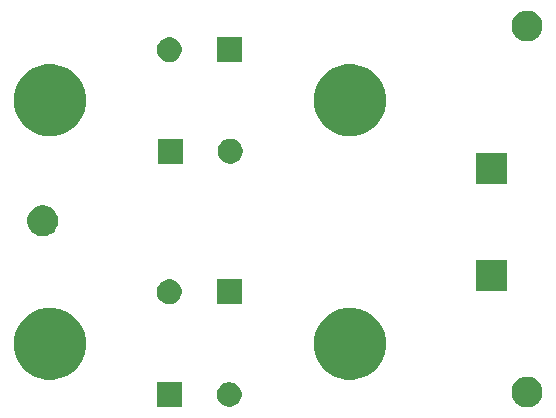
<source format=gts>
G04 #@! TF.GenerationSoftware,KiCad,Pcbnew,(5.1.5)-3*
G04 #@! TF.CreationDate,2020-04-04T15:48:41+02:00*
G04 #@! TF.ProjectId,power-resistor,706f7765-722d-4726-9573-6973746f722e,rev?*
G04 #@! TF.SameCoordinates,Original*
G04 #@! TF.FileFunction,Soldermask,Top*
G04 #@! TF.FilePolarity,Negative*
%FSLAX46Y46*%
G04 Gerber Fmt 4.6, Leading zero omitted, Abs format (unit mm)*
G04 Created by KiCad (PCBNEW (5.1.5)-3) date 2020-04-04 15:48:41*
%MOMM*%
%LPD*%
G04 APERTURE LIST*
%ADD10C,0.100000*%
G04 APERTURE END LIST*
D10*
G36*
X174379487Y-124748996D02*
G01*
X174584105Y-124833752D01*
X174616255Y-124847069D01*
X174829339Y-124989447D01*
X175010553Y-125170661D01*
X175152858Y-125383635D01*
X175152932Y-125383747D01*
X175251004Y-125620513D01*
X175301000Y-125871861D01*
X175301000Y-126128139D01*
X175251004Y-126379487D01*
X175198366Y-126506565D01*
X175152931Y-126616255D01*
X175010553Y-126829339D01*
X174829339Y-127010553D01*
X174616255Y-127152931D01*
X174616254Y-127152932D01*
X174616253Y-127152932D01*
X174379487Y-127251004D01*
X174128139Y-127301000D01*
X173871861Y-127301000D01*
X173620513Y-127251004D01*
X173383747Y-127152932D01*
X173383746Y-127152932D01*
X173383745Y-127152931D01*
X173170661Y-127010553D01*
X172989447Y-126829339D01*
X172847069Y-126616255D01*
X172801634Y-126506565D01*
X172748996Y-126379487D01*
X172699000Y-126128139D01*
X172699000Y-125871861D01*
X172748996Y-125620513D01*
X172847068Y-125383747D01*
X172847143Y-125383635D01*
X172989447Y-125170661D01*
X173170661Y-124989447D01*
X173383745Y-124847069D01*
X173415895Y-124833752D01*
X173620513Y-124748996D01*
X173871861Y-124699000D01*
X174128139Y-124699000D01*
X174379487Y-124748996D01*
G37*
G36*
X149086564Y-125189389D02*
G01*
X149277833Y-125268615D01*
X149277835Y-125268616D01*
X149449973Y-125383635D01*
X149596365Y-125530027D01*
X149711385Y-125702167D01*
X149790611Y-125893436D01*
X149831000Y-126096484D01*
X149831000Y-126303516D01*
X149790611Y-126506564D01*
X149711385Y-126697833D01*
X149711384Y-126697835D01*
X149596365Y-126869973D01*
X149449973Y-127016365D01*
X149277835Y-127131384D01*
X149277834Y-127131385D01*
X149277833Y-127131385D01*
X149086564Y-127210611D01*
X148883516Y-127251000D01*
X148676484Y-127251000D01*
X148473436Y-127210611D01*
X148282167Y-127131385D01*
X148282166Y-127131385D01*
X148282165Y-127131384D01*
X148110027Y-127016365D01*
X147963635Y-126869973D01*
X147848616Y-126697835D01*
X147848615Y-126697833D01*
X147769389Y-126506564D01*
X147729000Y-126303516D01*
X147729000Y-126096484D01*
X147769389Y-125893436D01*
X147848615Y-125702167D01*
X147963635Y-125530027D01*
X148110027Y-125383635D01*
X148282165Y-125268616D01*
X148282167Y-125268615D01*
X148473436Y-125189389D01*
X148676484Y-125149000D01*
X148883516Y-125149000D01*
X149086564Y-125189389D01*
G37*
G36*
X144751000Y-127251000D02*
G01*
X142649000Y-127251000D01*
X142649000Y-125149000D01*
X144751000Y-125149000D01*
X144751000Y-127251000D01*
G37*
G36*
X134489943Y-118966248D02*
G01*
X135045189Y-119196238D01*
X135045190Y-119196239D01*
X135544899Y-119530134D01*
X135969866Y-119955101D01*
X135969867Y-119955103D01*
X136303762Y-120454811D01*
X136533752Y-121010057D01*
X136651000Y-121599501D01*
X136651000Y-122200499D01*
X136533752Y-122789943D01*
X136303762Y-123345189D01*
X136303761Y-123345190D01*
X135969866Y-123844899D01*
X135544899Y-124269866D01*
X135293347Y-124437948D01*
X135045189Y-124603762D01*
X134489943Y-124833752D01*
X133900499Y-124951000D01*
X133299501Y-124951000D01*
X132710057Y-124833752D01*
X132154811Y-124603762D01*
X131906653Y-124437948D01*
X131655101Y-124269866D01*
X131230134Y-123844899D01*
X130896239Y-123345190D01*
X130896238Y-123345189D01*
X130666248Y-122789943D01*
X130549000Y-122200499D01*
X130549000Y-121599501D01*
X130666248Y-121010057D01*
X130896238Y-120454811D01*
X131230133Y-119955103D01*
X131230134Y-119955101D01*
X131655101Y-119530134D01*
X132154810Y-119196239D01*
X132154811Y-119196238D01*
X132710057Y-118966248D01*
X133299501Y-118849000D01*
X133900499Y-118849000D01*
X134489943Y-118966248D01*
G37*
G36*
X159889943Y-118966248D02*
G01*
X160445189Y-119196238D01*
X160445190Y-119196239D01*
X160944899Y-119530134D01*
X161369866Y-119955101D01*
X161369867Y-119955103D01*
X161703762Y-120454811D01*
X161933752Y-121010057D01*
X162051000Y-121599501D01*
X162051000Y-122200499D01*
X161933752Y-122789943D01*
X161703762Y-123345189D01*
X161703761Y-123345190D01*
X161369866Y-123844899D01*
X160944899Y-124269866D01*
X160693347Y-124437948D01*
X160445189Y-124603762D01*
X159889943Y-124833752D01*
X159300499Y-124951000D01*
X158699501Y-124951000D01*
X158110057Y-124833752D01*
X157554811Y-124603762D01*
X157306653Y-124437948D01*
X157055101Y-124269866D01*
X156630134Y-123844899D01*
X156296239Y-123345190D01*
X156296238Y-123345189D01*
X156066248Y-122789943D01*
X155949000Y-122200499D01*
X155949000Y-121599501D01*
X156066248Y-121010057D01*
X156296238Y-120454811D01*
X156630133Y-119955103D01*
X156630134Y-119955101D01*
X157055101Y-119530134D01*
X157554810Y-119196239D01*
X157554811Y-119196238D01*
X158110057Y-118966248D01*
X158699501Y-118849000D01*
X159300499Y-118849000D01*
X159889943Y-118966248D01*
G37*
G36*
X149851000Y-118551000D02*
G01*
X147749000Y-118551000D01*
X147749000Y-116449000D01*
X149851000Y-116449000D01*
X149851000Y-118551000D01*
G37*
G36*
X144026564Y-116489389D02*
G01*
X144217833Y-116568615D01*
X144217835Y-116568616D01*
X144389973Y-116683635D01*
X144536365Y-116830027D01*
X144651385Y-117002167D01*
X144730611Y-117193436D01*
X144771000Y-117396484D01*
X144771000Y-117603516D01*
X144730611Y-117806564D01*
X144651385Y-117997833D01*
X144651384Y-117997835D01*
X144536365Y-118169973D01*
X144389973Y-118316365D01*
X144217835Y-118431384D01*
X144217834Y-118431385D01*
X144217833Y-118431385D01*
X144026564Y-118510611D01*
X143823516Y-118551000D01*
X143616484Y-118551000D01*
X143413436Y-118510611D01*
X143222167Y-118431385D01*
X143222166Y-118431385D01*
X143222165Y-118431384D01*
X143050027Y-118316365D01*
X142903635Y-118169973D01*
X142788616Y-117997835D01*
X142788615Y-117997833D01*
X142709389Y-117806564D01*
X142669000Y-117603516D01*
X142669000Y-117396484D01*
X142709389Y-117193436D01*
X142788615Y-117002167D01*
X142903635Y-116830027D01*
X143050027Y-116683635D01*
X143222165Y-116568616D01*
X143222167Y-116568615D01*
X143413436Y-116489389D01*
X143616484Y-116449000D01*
X143823516Y-116449000D01*
X144026564Y-116489389D01*
G37*
G36*
X172301440Y-117401440D02*
G01*
X169698560Y-117401440D01*
X169698560Y-114798560D01*
X172301440Y-114798560D01*
X172301440Y-117401440D01*
G37*
G36*
X133379487Y-110248996D02*
G01*
X133616253Y-110347068D01*
X133616255Y-110347069D01*
X133829339Y-110489447D01*
X134010553Y-110670661D01*
X134152932Y-110883747D01*
X134251004Y-111120513D01*
X134301000Y-111371861D01*
X134301000Y-111628139D01*
X134251004Y-111879487D01*
X134152932Y-112116253D01*
X134152931Y-112116255D01*
X134010553Y-112329339D01*
X133829339Y-112510553D01*
X133616255Y-112652931D01*
X133616254Y-112652932D01*
X133616253Y-112652932D01*
X133379487Y-112751004D01*
X133128139Y-112801000D01*
X132871861Y-112801000D01*
X132620513Y-112751004D01*
X132383747Y-112652932D01*
X132383746Y-112652932D01*
X132383745Y-112652931D01*
X132170661Y-112510553D01*
X131989447Y-112329339D01*
X131847069Y-112116255D01*
X131847068Y-112116253D01*
X131748996Y-111879487D01*
X131699000Y-111628139D01*
X131699000Y-111371861D01*
X131748996Y-111120513D01*
X131847068Y-110883747D01*
X131989447Y-110670661D01*
X132170661Y-110489447D01*
X132383745Y-110347069D01*
X132383747Y-110347068D01*
X132620513Y-110248996D01*
X132871861Y-110199000D01*
X133128139Y-110199000D01*
X133379487Y-110248996D01*
G37*
G36*
X172301440Y-108401440D02*
G01*
X169698560Y-108401440D01*
X169698560Y-105798560D01*
X172301440Y-105798560D01*
X172301440Y-108401440D01*
G37*
G36*
X144851000Y-106651000D02*
G01*
X142749000Y-106651000D01*
X142749000Y-104549000D01*
X144851000Y-104549000D01*
X144851000Y-106651000D01*
G37*
G36*
X149186564Y-104589389D02*
G01*
X149377833Y-104668615D01*
X149377835Y-104668616D01*
X149549973Y-104783635D01*
X149696365Y-104930027D01*
X149811385Y-105102167D01*
X149890611Y-105293436D01*
X149931000Y-105496484D01*
X149931000Y-105703516D01*
X149890611Y-105906564D01*
X149811385Y-106097833D01*
X149811384Y-106097835D01*
X149696365Y-106269973D01*
X149549973Y-106416365D01*
X149377835Y-106531384D01*
X149377834Y-106531385D01*
X149377833Y-106531385D01*
X149186564Y-106610611D01*
X148983516Y-106651000D01*
X148776484Y-106651000D01*
X148573436Y-106610611D01*
X148382167Y-106531385D01*
X148382166Y-106531385D01*
X148382165Y-106531384D01*
X148210027Y-106416365D01*
X148063635Y-106269973D01*
X147948616Y-106097835D01*
X147948615Y-106097833D01*
X147869389Y-105906564D01*
X147829000Y-105703516D01*
X147829000Y-105496484D01*
X147869389Y-105293436D01*
X147948615Y-105102167D01*
X148063635Y-104930027D01*
X148210027Y-104783635D01*
X148382165Y-104668616D01*
X148382167Y-104668615D01*
X148573436Y-104589389D01*
X148776484Y-104549000D01*
X148983516Y-104549000D01*
X149186564Y-104589389D01*
G37*
G36*
X134489943Y-98366248D02*
G01*
X135045189Y-98596238D01*
X135045190Y-98596239D01*
X135544899Y-98930134D01*
X135969866Y-99355101D01*
X135969867Y-99355103D01*
X136303762Y-99854811D01*
X136533752Y-100410057D01*
X136651000Y-100999501D01*
X136651000Y-101600499D01*
X136533752Y-102189943D01*
X136303762Y-102745189D01*
X136303761Y-102745190D01*
X135969866Y-103244899D01*
X135544899Y-103669866D01*
X135293347Y-103837948D01*
X135045189Y-104003762D01*
X134489943Y-104233752D01*
X133900499Y-104351000D01*
X133299501Y-104351000D01*
X132710057Y-104233752D01*
X132154811Y-104003762D01*
X131906653Y-103837948D01*
X131655101Y-103669866D01*
X131230134Y-103244899D01*
X130896239Y-102745190D01*
X130896238Y-102745189D01*
X130666248Y-102189943D01*
X130549000Y-101600499D01*
X130549000Y-100999501D01*
X130666248Y-100410057D01*
X130896238Y-99854811D01*
X131230133Y-99355103D01*
X131230134Y-99355101D01*
X131655101Y-98930134D01*
X132154810Y-98596239D01*
X132154811Y-98596238D01*
X132710057Y-98366248D01*
X133299501Y-98249000D01*
X133900499Y-98249000D01*
X134489943Y-98366248D01*
G37*
G36*
X159889943Y-98366248D02*
G01*
X160445189Y-98596238D01*
X160445190Y-98596239D01*
X160944899Y-98930134D01*
X161369866Y-99355101D01*
X161369867Y-99355103D01*
X161703762Y-99854811D01*
X161933752Y-100410057D01*
X162051000Y-100999501D01*
X162051000Y-101600499D01*
X161933752Y-102189943D01*
X161703762Y-102745189D01*
X161703761Y-102745190D01*
X161369866Y-103244899D01*
X160944899Y-103669866D01*
X160693347Y-103837948D01*
X160445189Y-104003762D01*
X159889943Y-104233752D01*
X159300499Y-104351000D01*
X158699501Y-104351000D01*
X158110057Y-104233752D01*
X157554811Y-104003762D01*
X157306653Y-103837948D01*
X157055101Y-103669866D01*
X156630134Y-103244899D01*
X156296239Y-102745190D01*
X156296238Y-102745189D01*
X156066248Y-102189943D01*
X155949000Y-101600499D01*
X155949000Y-100999501D01*
X156066248Y-100410057D01*
X156296238Y-99854811D01*
X156630133Y-99355103D01*
X156630134Y-99355101D01*
X157055101Y-98930134D01*
X157554810Y-98596239D01*
X157554811Y-98596238D01*
X158110057Y-98366248D01*
X158699501Y-98249000D01*
X159300499Y-98249000D01*
X159889943Y-98366248D01*
G37*
G36*
X149851000Y-98051000D02*
G01*
X147749000Y-98051000D01*
X147749000Y-95949000D01*
X149851000Y-95949000D01*
X149851000Y-98051000D01*
G37*
G36*
X144026564Y-95989389D02*
G01*
X144217833Y-96068615D01*
X144217835Y-96068616D01*
X144344021Y-96152931D01*
X144389973Y-96183635D01*
X144536365Y-96330027D01*
X144651385Y-96502167D01*
X144730611Y-96693436D01*
X144771000Y-96896484D01*
X144771000Y-97103516D01*
X144730611Y-97306564D01*
X144651385Y-97497833D01*
X144651384Y-97497835D01*
X144536365Y-97669973D01*
X144389973Y-97816365D01*
X144217835Y-97931384D01*
X144217834Y-97931385D01*
X144217833Y-97931385D01*
X144026564Y-98010611D01*
X143823516Y-98051000D01*
X143616484Y-98051000D01*
X143413436Y-98010611D01*
X143222167Y-97931385D01*
X143222166Y-97931385D01*
X143222165Y-97931384D01*
X143050027Y-97816365D01*
X142903635Y-97669973D01*
X142788616Y-97497835D01*
X142788615Y-97497833D01*
X142709389Y-97306564D01*
X142669000Y-97103516D01*
X142669000Y-96896484D01*
X142709389Y-96693436D01*
X142788615Y-96502167D01*
X142903635Y-96330027D01*
X143050027Y-96183635D01*
X143095979Y-96152931D01*
X143222165Y-96068616D01*
X143222167Y-96068615D01*
X143413436Y-95989389D01*
X143616484Y-95949000D01*
X143823516Y-95949000D01*
X144026564Y-95989389D01*
G37*
G36*
X174379487Y-93748996D02*
G01*
X174616253Y-93847068D01*
X174616255Y-93847069D01*
X174829339Y-93989447D01*
X175010553Y-94170661D01*
X175152932Y-94383747D01*
X175251004Y-94620513D01*
X175301000Y-94871861D01*
X175301000Y-95128139D01*
X175251004Y-95379487D01*
X175152932Y-95616253D01*
X175152931Y-95616255D01*
X175010553Y-95829339D01*
X174829339Y-96010553D01*
X174616255Y-96152931D01*
X174616254Y-96152932D01*
X174616253Y-96152932D01*
X174379487Y-96251004D01*
X174128139Y-96301000D01*
X173871861Y-96301000D01*
X173620513Y-96251004D01*
X173383747Y-96152932D01*
X173383746Y-96152932D01*
X173383745Y-96152931D01*
X173170661Y-96010553D01*
X172989447Y-95829339D01*
X172847069Y-95616255D01*
X172847068Y-95616253D01*
X172748996Y-95379487D01*
X172699000Y-95128139D01*
X172699000Y-94871861D01*
X172748996Y-94620513D01*
X172847068Y-94383747D01*
X172989447Y-94170661D01*
X173170661Y-93989447D01*
X173383745Y-93847069D01*
X173383747Y-93847068D01*
X173620513Y-93748996D01*
X173871861Y-93699000D01*
X174128139Y-93699000D01*
X174379487Y-93748996D01*
G37*
M02*

</source>
